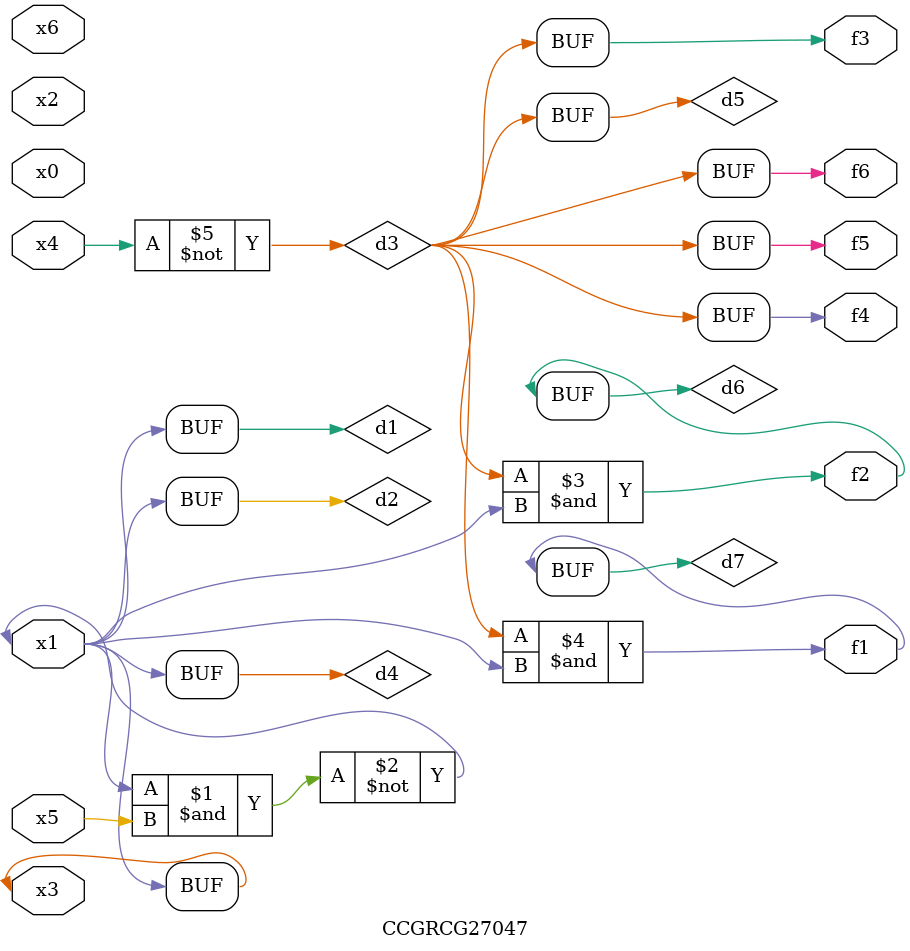
<source format=v>
module CCGRCG27047(
	input x0, x1, x2, x3, x4, x5, x6,
	output f1, f2, f3, f4, f5, f6
);

	wire d1, d2, d3, d4, d5, d6, d7;

	buf (d1, x1, x3);
	nand (d2, x1, x5);
	not (d3, x4);
	buf (d4, d1, d2);
	buf (d5, d3);
	and (d6, d3, d4);
	and (d7, d3, d4);
	assign f1 = d7;
	assign f2 = d6;
	assign f3 = d5;
	assign f4 = d5;
	assign f5 = d5;
	assign f6 = d5;
endmodule

</source>
